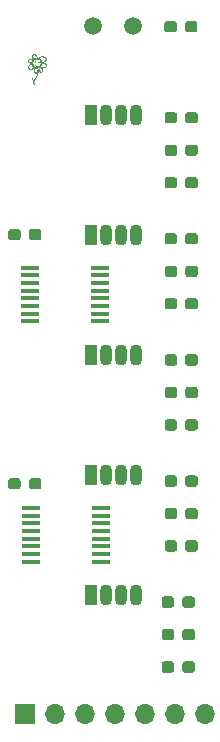
<source format=gbr>
G04 #@! TF.GenerationSoftware,KiCad,Pcbnew,5.0.2-bee76a0~70~ubuntu16.04.1*
G04 #@! TF.CreationDate,2020-01-15T21:00:25+00:00*
G04 #@! TF.ProjectId,receiver,72656365-6976-4657-922e-6b696361645f,rev?*
G04 #@! TF.SameCoordinates,Original*
G04 #@! TF.FileFunction,Soldermask,Bot*
G04 #@! TF.FilePolarity,Negative*
%FSLAX46Y46*%
G04 Gerber Fmt 4.6, Leading zero omitted, Abs format (unit mm)*
G04 Created by KiCad (PCBNEW 5.0.2-bee76a0~70~ubuntu16.04.1) date Wed 15 Jan 2020 21:00:25 GMT*
%MOMM*%
%LPD*%
G01*
G04 APERTURE LIST*
%ADD10C,0.150000*%
%ADD11C,0.127000*%
%ADD12C,0.076200*%
%ADD13C,0.101600*%
%ADD14C,0.500000*%
%ADD15C,0.950000*%
%ADD16R,1.700000X1.700000*%
%ADD17O,1.700000X1.700000*%
%ADD18C,1.500000*%
%ADD19R,1.500000X0.450000*%
%ADD20R,1.070000X1.800000*%
%ADD21O,1.070000X1.800000*%
G04 APERTURE END LIST*
D10*
G04 #@! TO.C,REF\002A\002A*
X142657623Y-59046000D02*
G75*
G03X142657623Y-59046000I-31623J0D01*
G01*
D11*
X143176000Y-59126000D02*
G75*
G03X143176000Y-59126000I-410000J0D01*
G01*
D10*
X142937623Y-59046000D02*
G75*
G03X142937623Y-59046000I-31623J0D01*
G01*
D12*
X142956000Y-59266000D02*
X142836000Y-59336000D01*
X142836000Y-59336000D02*
X142706000Y-59326000D01*
X142706000Y-59326000D02*
X142586000Y-59236000D01*
D13*
X142876000Y-58656000D02*
X143146000Y-58516000D01*
X143146000Y-58516000D02*
X143426000Y-58586000D01*
X143426000Y-58586000D02*
X143536000Y-58776000D01*
X143536000Y-58776000D02*
X143426000Y-58946000D01*
X143426000Y-58946000D02*
X143216000Y-58996000D01*
X143206000Y-59066000D02*
X143476000Y-59116000D01*
X143476000Y-59116000D02*
X143566000Y-59266000D01*
X143566000Y-59266000D02*
X143526000Y-59396000D01*
X143526000Y-59396000D02*
X143406000Y-59476000D01*
X143406000Y-59476000D02*
X143156000Y-59416000D01*
X143136000Y-59436000D02*
X143216000Y-59636000D01*
X143216000Y-59636000D02*
X143206000Y-59826000D01*
X143206000Y-59826000D02*
X143096000Y-59866000D01*
X143096000Y-59866000D02*
X142976000Y-59826000D01*
X142976000Y-59826000D02*
X142916000Y-59716000D01*
X142916000Y-59716000D02*
X142896000Y-59606000D01*
X142896000Y-59606000D02*
X142876000Y-59586000D01*
X142876000Y-59586000D02*
X142906000Y-59606000D01*
X142906000Y-59606000D02*
X142916000Y-59576000D01*
X142806000Y-58696000D02*
X142716000Y-58426000D01*
X142716000Y-58426000D02*
X142556000Y-58366000D01*
X142556000Y-58366000D02*
X142386000Y-58396000D01*
X142386000Y-58396000D02*
X142336000Y-58506000D01*
X142336000Y-58506000D02*
X142356000Y-58616000D01*
X142356000Y-58616000D02*
X142446000Y-58756000D01*
X142476000Y-58746000D02*
X142106000Y-58736000D01*
X142106000Y-58736000D02*
X141996000Y-58836000D01*
X141996000Y-58836000D02*
X141976000Y-58986000D01*
X141976000Y-58986000D02*
X142076000Y-59056000D01*
X142076000Y-59056000D02*
X142226000Y-59066000D01*
X142226000Y-59066000D02*
X142326000Y-59066000D01*
X142326000Y-59096000D02*
X142146000Y-59206000D01*
X142146000Y-59206000D02*
X142046000Y-59346000D01*
X142046000Y-59346000D02*
X142046000Y-59486000D01*
X142046000Y-59486000D02*
X142086000Y-59586000D01*
X142086000Y-59586000D02*
X142196000Y-59626000D01*
X142196000Y-59626000D02*
X142326000Y-59596000D01*
X142326000Y-59596000D02*
X142416000Y-59466000D01*
X142846000Y-59596000D02*
X142776000Y-59786000D01*
X142776000Y-59786000D02*
X142656000Y-59916000D01*
X142656000Y-59916000D02*
X142536000Y-59886000D01*
X142536000Y-59886000D02*
X142486000Y-59796000D01*
X142486000Y-59796000D02*
X142506000Y-59696000D01*
X142506000Y-59696000D02*
X142506000Y-59526000D01*
X142876000Y-59686000D02*
X142786000Y-60116000D01*
X142786000Y-60116000D02*
X142566000Y-60416000D01*
X142566000Y-60416000D02*
X142446000Y-60696000D01*
X142446000Y-60696000D02*
X142486000Y-60916000D01*
X142486000Y-60916000D02*
X142326000Y-60396000D01*
G04 #@! TD*
D14*
G04 #@! TO.C,R3*
G36*
X154415779Y-63276144D02*
X154438834Y-63279563D01*
X154461443Y-63285227D01*
X154483387Y-63293079D01*
X154504457Y-63303044D01*
X154524448Y-63315026D01*
X154543168Y-63328910D01*
X154560438Y-63344562D01*
X154576090Y-63361832D01*
X154589974Y-63380552D01*
X154601956Y-63400543D01*
X154611921Y-63421613D01*
X154619773Y-63443557D01*
X154625437Y-63466166D01*
X154628856Y-63489221D01*
X154630000Y-63512500D01*
X154630000Y-63987500D01*
X154628856Y-64010779D01*
X154625437Y-64033834D01*
X154619773Y-64056443D01*
X154611921Y-64078387D01*
X154601956Y-64099457D01*
X154589974Y-64119448D01*
X154576090Y-64138168D01*
X154560438Y-64155438D01*
X154543168Y-64171090D01*
X154524448Y-64184974D01*
X154504457Y-64196956D01*
X154483387Y-64206921D01*
X154461443Y-64214773D01*
X154438834Y-64220437D01*
X154415779Y-64223856D01*
X154392500Y-64225000D01*
X153817500Y-64225000D01*
X153794221Y-64223856D01*
X153771166Y-64220437D01*
X153748557Y-64214773D01*
X153726613Y-64206921D01*
X153705543Y-64196956D01*
X153685552Y-64184974D01*
X153666832Y-64171090D01*
X153649562Y-64155438D01*
X153633910Y-64138168D01*
X153620026Y-64119448D01*
X153608044Y-64099457D01*
X153598079Y-64078387D01*
X153590227Y-64056443D01*
X153584563Y-64033834D01*
X153581144Y-64010779D01*
X153580000Y-63987500D01*
X153580000Y-63512500D01*
X153581144Y-63489221D01*
X153584563Y-63466166D01*
X153590227Y-63443557D01*
X153598079Y-63421613D01*
X153608044Y-63400543D01*
X153620026Y-63380552D01*
X153633910Y-63361832D01*
X153649562Y-63344562D01*
X153666832Y-63328910D01*
X153685552Y-63315026D01*
X153705543Y-63303044D01*
X153726613Y-63293079D01*
X153748557Y-63285227D01*
X153771166Y-63279563D01*
X153794221Y-63276144D01*
X153817500Y-63275000D01*
X154392500Y-63275000D01*
X154415779Y-63276144D01*
X154415779Y-63276144D01*
G37*
D15*
X154105000Y-63750000D03*
D14*
G36*
X156165779Y-63276144D02*
X156188834Y-63279563D01*
X156211443Y-63285227D01*
X156233387Y-63293079D01*
X156254457Y-63303044D01*
X156274448Y-63315026D01*
X156293168Y-63328910D01*
X156310438Y-63344562D01*
X156326090Y-63361832D01*
X156339974Y-63380552D01*
X156351956Y-63400543D01*
X156361921Y-63421613D01*
X156369773Y-63443557D01*
X156375437Y-63466166D01*
X156378856Y-63489221D01*
X156380000Y-63512500D01*
X156380000Y-63987500D01*
X156378856Y-64010779D01*
X156375437Y-64033834D01*
X156369773Y-64056443D01*
X156361921Y-64078387D01*
X156351956Y-64099457D01*
X156339974Y-64119448D01*
X156326090Y-64138168D01*
X156310438Y-64155438D01*
X156293168Y-64171090D01*
X156274448Y-64184974D01*
X156254457Y-64196956D01*
X156233387Y-64206921D01*
X156211443Y-64214773D01*
X156188834Y-64220437D01*
X156165779Y-64223856D01*
X156142500Y-64225000D01*
X155567500Y-64225000D01*
X155544221Y-64223856D01*
X155521166Y-64220437D01*
X155498557Y-64214773D01*
X155476613Y-64206921D01*
X155455543Y-64196956D01*
X155435552Y-64184974D01*
X155416832Y-64171090D01*
X155399562Y-64155438D01*
X155383910Y-64138168D01*
X155370026Y-64119448D01*
X155358044Y-64099457D01*
X155348079Y-64078387D01*
X155340227Y-64056443D01*
X155334563Y-64033834D01*
X155331144Y-64010779D01*
X155330000Y-63987500D01*
X155330000Y-63512500D01*
X155331144Y-63489221D01*
X155334563Y-63466166D01*
X155340227Y-63443557D01*
X155348079Y-63421613D01*
X155358044Y-63400543D01*
X155370026Y-63380552D01*
X155383910Y-63361832D01*
X155399562Y-63344562D01*
X155416832Y-63328910D01*
X155435552Y-63315026D01*
X155455543Y-63303044D01*
X155476613Y-63293079D01*
X155498557Y-63285227D01*
X155521166Y-63279563D01*
X155544221Y-63276144D01*
X155567500Y-63275000D01*
X156142500Y-63275000D01*
X156165779Y-63276144D01*
X156165779Y-63276144D01*
G37*
D15*
X155855000Y-63750000D03*
G04 #@! TD*
D14*
G04 #@! TO.C,C1*
G36*
X142917779Y-73176144D02*
X142940834Y-73179563D01*
X142963443Y-73185227D01*
X142985387Y-73193079D01*
X143006457Y-73203044D01*
X143026448Y-73215026D01*
X143045168Y-73228910D01*
X143062438Y-73244562D01*
X143078090Y-73261832D01*
X143091974Y-73280552D01*
X143103956Y-73300543D01*
X143113921Y-73321613D01*
X143121773Y-73343557D01*
X143127437Y-73366166D01*
X143130856Y-73389221D01*
X143132000Y-73412500D01*
X143132000Y-73887500D01*
X143130856Y-73910779D01*
X143127437Y-73933834D01*
X143121773Y-73956443D01*
X143113921Y-73978387D01*
X143103956Y-73999457D01*
X143091974Y-74019448D01*
X143078090Y-74038168D01*
X143062438Y-74055438D01*
X143045168Y-74071090D01*
X143026448Y-74084974D01*
X143006457Y-74096956D01*
X142985387Y-74106921D01*
X142963443Y-74114773D01*
X142940834Y-74120437D01*
X142917779Y-74123856D01*
X142894500Y-74125000D01*
X142319500Y-74125000D01*
X142296221Y-74123856D01*
X142273166Y-74120437D01*
X142250557Y-74114773D01*
X142228613Y-74106921D01*
X142207543Y-74096956D01*
X142187552Y-74084974D01*
X142168832Y-74071090D01*
X142151562Y-74055438D01*
X142135910Y-74038168D01*
X142122026Y-74019448D01*
X142110044Y-73999457D01*
X142100079Y-73978387D01*
X142092227Y-73956443D01*
X142086563Y-73933834D01*
X142083144Y-73910779D01*
X142082000Y-73887500D01*
X142082000Y-73412500D01*
X142083144Y-73389221D01*
X142086563Y-73366166D01*
X142092227Y-73343557D01*
X142100079Y-73321613D01*
X142110044Y-73300543D01*
X142122026Y-73280552D01*
X142135910Y-73261832D01*
X142151562Y-73244562D01*
X142168832Y-73228910D01*
X142187552Y-73215026D01*
X142207543Y-73203044D01*
X142228613Y-73193079D01*
X142250557Y-73185227D01*
X142273166Y-73179563D01*
X142296221Y-73176144D01*
X142319500Y-73175000D01*
X142894500Y-73175000D01*
X142917779Y-73176144D01*
X142917779Y-73176144D01*
G37*
D15*
X142607000Y-73650000D03*
D14*
G36*
X141167779Y-73176144D02*
X141190834Y-73179563D01*
X141213443Y-73185227D01*
X141235387Y-73193079D01*
X141256457Y-73203044D01*
X141276448Y-73215026D01*
X141295168Y-73228910D01*
X141312438Y-73244562D01*
X141328090Y-73261832D01*
X141341974Y-73280552D01*
X141353956Y-73300543D01*
X141363921Y-73321613D01*
X141371773Y-73343557D01*
X141377437Y-73366166D01*
X141380856Y-73389221D01*
X141382000Y-73412500D01*
X141382000Y-73887500D01*
X141380856Y-73910779D01*
X141377437Y-73933834D01*
X141371773Y-73956443D01*
X141363921Y-73978387D01*
X141353956Y-73999457D01*
X141341974Y-74019448D01*
X141328090Y-74038168D01*
X141312438Y-74055438D01*
X141295168Y-74071090D01*
X141276448Y-74084974D01*
X141256457Y-74096956D01*
X141235387Y-74106921D01*
X141213443Y-74114773D01*
X141190834Y-74120437D01*
X141167779Y-74123856D01*
X141144500Y-74125000D01*
X140569500Y-74125000D01*
X140546221Y-74123856D01*
X140523166Y-74120437D01*
X140500557Y-74114773D01*
X140478613Y-74106921D01*
X140457543Y-74096956D01*
X140437552Y-74084974D01*
X140418832Y-74071090D01*
X140401562Y-74055438D01*
X140385910Y-74038168D01*
X140372026Y-74019448D01*
X140360044Y-73999457D01*
X140350079Y-73978387D01*
X140342227Y-73956443D01*
X140336563Y-73933834D01*
X140333144Y-73910779D01*
X140332000Y-73887500D01*
X140332000Y-73412500D01*
X140333144Y-73389221D01*
X140336563Y-73366166D01*
X140342227Y-73343557D01*
X140350079Y-73321613D01*
X140360044Y-73300543D01*
X140372026Y-73280552D01*
X140385910Y-73261832D01*
X140401562Y-73244562D01*
X140418832Y-73228910D01*
X140437552Y-73215026D01*
X140457543Y-73203044D01*
X140478613Y-73193079D01*
X140500557Y-73185227D01*
X140523166Y-73179563D01*
X140546221Y-73176144D01*
X140569500Y-73175000D01*
X141144500Y-73175000D01*
X141167779Y-73176144D01*
X141167779Y-73176144D01*
G37*
D15*
X140857000Y-73650000D03*
G04 #@! TD*
D14*
G04 #@! TO.C,C2*
G36*
X141167779Y-94268144D02*
X141190834Y-94271563D01*
X141213443Y-94277227D01*
X141235387Y-94285079D01*
X141256457Y-94295044D01*
X141276448Y-94307026D01*
X141295168Y-94320910D01*
X141312438Y-94336562D01*
X141328090Y-94353832D01*
X141341974Y-94372552D01*
X141353956Y-94392543D01*
X141363921Y-94413613D01*
X141371773Y-94435557D01*
X141377437Y-94458166D01*
X141380856Y-94481221D01*
X141382000Y-94504500D01*
X141382000Y-94979500D01*
X141380856Y-95002779D01*
X141377437Y-95025834D01*
X141371773Y-95048443D01*
X141363921Y-95070387D01*
X141353956Y-95091457D01*
X141341974Y-95111448D01*
X141328090Y-95130168D01*
X141312438Y-95147438D01*
X141295168Y-95163090D01*
X141276448Y-95176974D01*
X141256457Y-95188956D01*
X141235387Y-95198921D01*
X141213443Y-95206773D01*
X141190834Y-95212437D01*
X141167779Y-95215856D01*
X141144500Y-95217000D01*
X140569500Y-95217000D01*
X140546221Y-95215856D01*
X140523166Y-95212437D01*
X140500557Y-95206773D01*
X140478613Y-95198921D01*
X140457543Y-95188956D01*
X140437552Y-95176974D01*
X140418832Y-95163090D01*
X140401562Y-95147438D01*
X140385910Y-95130168D01*
X140372026Y-95111448D01*
X140360044Y-95091457D01*
X140350079Y-95070387D01*
X140342227Y-95048443D01*
X140336563Y-95025834D01*
X140333144Y-95002779D01*
X140332000Y-94979500D01*
X140332000Y-94504500D01*
X140333144Y-94481221D01*
X140336563Y-94458166D01*
X140342227Y-94435557D01*
X140350079Y-94413613D01*
X140360044Y-94392543D01*
X140372026Y-94372552D01*
X140385910Y-94353832D01*
X140401562Y-94336562D01*
X140418832Y-94320910D01*
X140437552Y-94307026D01*
X140457543Y-94295044D01*
X140478613Y-94285079D01*
X140500557Y-94277227D01*
X140523166Y-94271563D01*
X140546221Y-94268144D01*
X140569500Y-94267000D01*
X141144500Y-94267000D01*
X141167779Y-94268144D01*
X141167779Y-94268144D01*
G37*
D15*
X140857000Y-94742000D03*
D14*
G36*
X142917779Y-94268144D02*
X142940834Y-94271563D01*
X142963443Y-94277227D01*
X142985387Y-94285079D01*
X143006457Y-94295044D01*
X143026448Y-94307026D01*
X143045168Y-94320910D01*
X143062438Y-94336562D01*
X143078090Y-94353832D01*
X143091974Y-94372552D01*
X143103956Y-94392543D01*
X143113921Y-94413613D01*
X143121773Y-94435557D01*
X143127437Y-94458166D01*
X143130856Y-94481221D01*
X143132000Y-94504500D01*
X143132000Y-94979500D01*
X143130856Y-95002779D01*
X143127437Y-95025834D01*
X143121773Y-95048443D01*
X143113921Y-95070387D01*
X143103956Y-95091457D01*
X143091974Y-95111448D01*
X143078090Y-95130168D01*
X143062438Y-95147438D01*
X143045168Y-95163090D01*
X143026448Y-95176974D01*
X143006457Y-95188956D01*
X142985387Y-95198921D01*
X142963443Y-95206773D01*
X142940834Y-95212437D01*
X142917779Y-95215856D01*
X142894500Y-95217000D01*
X142319500Y-95217000D01*
X142296221Y-95215856D01*
X142273166Y-95212437D01*
X142250557Y-95206773D01*
X142228613Y-95198921D01*
X142207543Y-95188956D01*
X142187552Y-95176974D01*
X142168832Y-95163090D01*
X142151562Y-95147438D01*
X142135910Y-95130168D01*
X142122026Y-95111448D01*
X142110044Y-95091457D01*
X142100079Y-95070387D01*
X142092227Y-95048443D01*
X142086563Y-95025834D01*
X142083144Y-95002779D01*
X142082000Y-94979500D01*
X142082000Y-94504500D01*
X142083144Y-94481221D01*
X142086563Y-94458166D01*
X142092227Y-94435557D01*
X142100079Y-94413613D01*
X142110044Y-94392543D01*
X142122026Y-94372552D01*
X142135910Y-94353832D01*
X142151562Y-94336562D01*
X142168832Y-94320910D01*
X142187552Y-94307026D01*
X142207543Y-94295044D01*
X142228613Y-94285079D01*
X142250557Y-94277227D01*
X142273166Y-94271563D01*
X142296221Y-94268144D01*
X142319500Y-94267000D01*
X142894500Y-94267000D01*
X142917779Y-94268144D01*
X142917779Y-94268144D01*
G37*
D15*
X142607000Y-94742000D03*
G04 #@! TD*
D16*
G04 #@! TO.C,J1*
X141730000Y-114250000D03*
D17*
X144270000Y-114250000D03*
X146810000Y-114250000D03*
X149350000Y-114250000D03*
X151890000Y-114250000D03*
X154430000Y-114250000D03*
X156970000Y-114250000D03*
G04 #@! TD*
D18*
G04 #@! TO.C,R1*
X147480000Y-56000000D03*
X150880000Y-56000000D03*
G04 #@! TD*
D14*
G04 #@! TO.C,R2*
G36*
X156135779Y-55576144D02*
X156158834Y-55579563D01*
X156181443Y-55585227D01*
X156203387Y-55593079D01*
X156224457Y-55603044D01*
X156244448Y-55615026D01*
X156263168Y-55628910D01*
X156280438Y-55644562D01*
X156296090Y-55661832D01*
X156309974Y-55680552D01*
X156321956Y-55700543D01*
X156331921Y-55721613D01*
X156339773Y-55743557D01*
X156345437Y-55766166D01*
X156348856Y-55789221D01*
X156350000Y-55812500D01*
X156350000Y-56287500D01*
X156348856Y-56310779D01*
X156345437Y-56333834D01*
X156339773Y-56356443D01*
X156331921Y-56378387D01*
X156321956Y-56399457D01*
X156309974Y-56419448D01*
X156296090Y-56438168D01*
X156280438Y-56455438D01*
X156263168Y-56471090D01*
X156244448Y-56484974D01*
X156224457Y-56496956D01*
X156203387Y-56506921D01*
X156181443Y-56514773D01*
X156158834Y-56520437D01*
X156135779Y-56523856D01*
X156112500Y-56525000D01*
X155537500Y-56525000D01*
X155514221Y-56523856D01*
X155491166Y-56520437D01*
X155468557Y-56514773D01*
X155446613Y-56506921D01*
X155425543Y-56496956D01*
X155405552Y-56484974D01*
X155386832Y-56471090D01*
X155369562Y-56455438D01*
X155353910Y-56438168D01*
X155340026Y-56419448D01*
X155328044Y-56399457D01*
X155318079Y-56378387D01*
X155310227Y-56356443D01*
X155304563Y-56333834D01*
X155301144Y-56310779D01*
X155300000Y-56287500D01*
X155300000Y-55812500D01*
X155301144Y-55789221D01*
X155304563Y-55766166D01*
X155310227Y-55743557D01*
X155318079Y-55721613D01*
X155328044Y-55700543D01*
X155340026Y-55680552D01*
X155353910Y-55661832D01*
X155369562Y-55644562D01*
X155386832Y-55628910D01*
X155405552Y-55615026D01*
X155425543Y-55603044D01*
X155446613Y-55593079D01*
X155468557Y-55585227D01*
X155491166Y-55579563D01*
X155514221Y-55576144D01*
X155537500Y-55575000D01*
X156112500Y-55575000D01*
X156135779Y-55576144D01*
X156135779Y-55576144D01*
G37*
D15*
X155825000Y-56050000D03*
D14*
G36*
X154385779Y-55576144D02*
X154408834Y-55579563D01*
X154431443Y-55585227D01*
X154453387Y-55593079D01*
X154474457Y-55603044D01*
X154494448Y-55615026D01*
X154513168Y-55628910D01*
X154530438Y-55644562D01*
X154546090Y-55661832D01*
X154559974Y-55680552D01*
X154571956Y-55700543D01*
X154581921Y-55721613D01*
X154589773Y-55743557D01*
X154595437Y-55766166D01*
X154598856Y-55789221D01*
X154600000Y-55812500D01*
X154600000Y-56287500D01*
X154598856Y-56310779D01*
X154595437Y-56333834D01*
X154589773Y-56356443D01*
X154581921Y-56378387D01*
X154571956Y-56399457D01*
X154559974Y-56419448D01*
X154546090Y-56438168D01*
X154530438Y-56455438D01*
X154513168Y-56471090D01*
X154494448Y-56484974D01*
X154474457Y-56496956D01*
X154453387Y-56506921D01*
X154431443Y-56514773D01*
X154408834Y-56520437D01*
X154385779Y-56523856D01*
X154362500Y-56525000D01*
X153787500Y-56525000D01*
X153764221Y-56523856D01*
X153741166Y-56520437D01*
X153718557Y-56514773D01*
X153696613Y-56506921D01*
X153675543Y-56496956D01*
X153655552Y-56484974D01*
X153636832Y-56471090D01*
X153619562Y-56455438D01*
X153603910Y-56438168D01*
X153590026Y-56419448D01*
X153578044Y-56399457D01*
X153568079Y-56378387D01*
X153560227Y-56356443D01*
X153554563Y-56333834D01*
X153551144Y-56310779D01*
X153550000Y-56287500D01*
X153550000Y-55812500D01*
X153551144Y-55789221D01*
X153554563Y-55766166D01*
X153560227Y-55743557D01*
X153568079Y-55721613D01*
X153578044Y-55700543D01*
X153590026Y-55680552D01*
X153603910Y-55661832D01*
X153619562Y-55644562D01*
X153636832Y-55628910D01*
X153655552Y-55615026D01*
X153675543Y-55603044D01*
X153696613Y-55593079D01*
X153718557Y-55585227D01*
X153741166Y-55579563D01*
X153764221Y-55576144D01*
X153787500Y-55575000D01*
X154362500Y-55575000D01*
X154385779Y-55576144D01*
X154385779Y-55576144D01*
G37*
D15*
X154075000Y-56050000D03*
G04 #@! TD*
D14*
G04 #@! TO.C,R4*
G36*
X156165779Y-94026144D02*
X156188834Y-94029563D01*
X156211443Y-94035227D01*
X156233387Y-94043079D01*
X156254457Y-94053044D01*
X156274448Y-94065026D01*
X156293168Y-94078910D01*
X156310438Y-94094562D01*
X156326090Y-94111832D01*
X156339974Y-94130552D01*
X156351956Y-94150543D01*
X156361921Y-94171613D01*
X156369773Y-94193557D01*
X156375437Y-94216166D01*
X156378856Y-94239221D01*
X156380000Y-94262500D01*
X156380000Y-94737500D01*
X156378856Y-94760779D01*
X156375437Y-94783834D01*
X156369773Y-94806443D01*
X156361921Y-94828387D01*
X156351956Y-94849457D01*
X156339974Y-94869448D01*
X156326090Y-94888168D01*
X156310438Y-94905438D01*
X156293168Y-94921090D01*
X156274448Y-94934974D01*
X156254457Y-94946956D01*
X156233387Y-94956921D01*
X156211443Y-94964773D01*
X156188834Y-94970437D01*
X156165779Y-94973856D01*
X156142500Y-94975000D01*
X155567500Y-94975000D01*
X155544221Y-94973856D01*
X155521166Y-94970437D01*
X155498557Y-94964773D01*
X155476613Y-94956921D01*
X155455543Y-94946956D01*
X155435552Y-94934974D01*
X155416832Y-94921090D01*
X155399562Y-94905438D01*
X155383910Y-94888168D01*
X155370026Y-94869448D01*
X155358044Y-94849457D01*
X155348079Y-94828387D01*
X155340227Y-94806443D01*
X155334563Y-94783834D01*
X155331144Y-94760779D01*
X155330000Y-94737500D01*
X155330000Y-94262500D01*
X155331144Y-94239221D01*
X155334563Y-94216166D01*
X155340227Y-94193557D01*
X155348079Y-94171613D01*
X155358044Y-94150543D01*
X155370026Y-94130552D01*
X155383910Y-94111832D01*
X155399562Y-94094562D01*
X155416832Y-94078910D01*
X155435552Y-94065026D01*
X155455543Y-94053044D01*
X155476613Y-94043079D01*
X155498557Y-94035227D01*
X155521166Y-94029563D01*
X155544221Y-94026144D01*
X155567500Y-94025000D01*
X156142500Y-94025000D01*
X156165779Y-94026144D01*
X156165779Y-94026144D01*
G37*
D15*
X155855000Y-94500000D03*
D14*
G36*
X154415779Y-94026144D02*
X154438834Y-94029563D01*
X154461443Y-94035227D01*
X154483387Y-94043079D01*
X154504457Y-94053044D01*
X154524448Y-94065026D01*
X154543168Y-94078910D01*
X154560438Y-94094562D01*
X154576090Y-94111832D01*
X154589974Y-94130552D01*
X154601956Y-94150543D01*
X154611921Y-94171613D01*
X154619773Y-94193557D01*
X154625437Y-94216166D01*
X154628856Y-94239221D01*
X154630000Y-94262500D01*
X154630000Y-94737500D01*
X154628856Y-94760779D01*
X154625437Y-94783834D01*
X154619773Y-94806443D01*
X154611921Y-94828387D01*
X154601956Y-94849457D01*
X154589974Y-94869448D01*
X154576090Y-94888168D01*
X154560438Y-94905438D01*
X154543168Y-94921090D01*
X154524448Y-94934974D01*
X154504457Y-94946956D01*
X154483387Y-94956921D01*
X154461443Y-94964773D01*
X154438834Y-94970437D01*
X154415779Y-94973856D01*
X154392500Y-94975000D01*
X153817500Y-94975000D01*
X153794221Y-94973856D01*
X153771166Y-94970437D01*
X153748557Y-94964773D01*
X153726613Y-94956921D01*
X153705543Y-94946956D01*
X153685552Y-94934974D01*
X153666832Y-94921090D01*
X153649562Y-94905438D01*
X153633910Y-94888168D01*
X153620026Y-94869448D01*
X153608044Y-94849457D01*
X153598079Y-94828387D01*
X153590227Y-94806443D01*
X153584563Y-94783834D01*
X153581144Y-94760779D01*
X153580000Y-94737500D01*
X153580000Y-94262500D01*
X153581144Y-94239221D01*
X153584563Y-94216166D01*
X153590227Y-94193557D01*
X153598079Y-94171613D01*
X153608044Y-94150543D01*
X153620026Y-94130552D01*
X153633910Y-94111832D01*
X153649562Y-94094562D01*
X153666832Y-94078910D01*
X153685552Y-94065026D01*
X153705543Y-94053044D01*
X153726613Y-94043079D01*
X153748557Y-94035227D01*
X153771166Y-94029563D01*
X153794221Y-94026144D01*
X153817500Y-94025000D01*
X154392500Y-94025000D01*
X154415779Y-94026144D01*
X154415779Y-94026144D01*
G37*
D15*
X154105000Y-94500000D03*
G04 #@! TD*
D14*
G04 #@! TO.C,R6*
G36*
X156165779Y-66026144D02*
X156188834Y-66029563D01*
X156211443Y-66035227D01*
X156233387Y-66043079D01*
X156254457Y-66053044D01*
X156274448Y-66065026D01*
X156293168Y-66078910D01*
X156310438Y-66094562D01*
X156326090Y-66111832D01*
X156339974Y-66130552D01*
X156351956Y-66150543D01*
X156361921Y-66171613D01*
X156369773Y-66193557D01*
X156375437Y-66216166D01*
X156378856Y-66239221D01*
X156380000Y-66262500D01*
X156380000Y-66737500D01*
X156378856Y-66760779D01*
X156375437Y-66783834D01*
X156369773Y-66806443D01*
X156361921Y-66828387D01*
X156351956Y-66849457D01*
X156339974Y-66869448D01*
X156326090Y-66888168D01*
X156310438Y-66905438D01*
X156293168Y-66921090D01*
X156274448Y-66934974D01*
X156254457Y-66946956D01*
X156233387Y-66956921D01*
X156211443Y-66964773D01*
X156188834Y-66970437D01*
X156165779Y-66973856D01*
X156142500Y-66975000D01*
X155567500Y-66975000D01*
X155544221Y-66973856D01*
X155521166Y-66970437D01*
X155498557Y-66964773D01*
X155476613Y-66956921D01*
X155455543Y-66946956D01*
X155435552Y-66934974D01*
X155416832Y-66921090D01*
X155399562Y-66905438D01*
X155383910Y-66888168D01*
X155370026Y-66869448D01*
X155358044Y-66849457D01*
X155348079Y-66828387D01*
X155340227Y-66806443D01*
X155334563Y-66783834D01*
X155331144Y-66760779D01*
X155330000Y-66737500D01*
X155330000Y-66262500D01*
X155331144Y-66239221D01*
X155334563Y-66216166D01*
X155340227Y-66193557D01*
X155348079Y-66171613D01*
X155358044Y-66150543D01*
X155370026Y-66130552D01*
X155383910Y-66111832D01*
X155399562Y-66094562D01*
X155416832Y-66078910D01*
X155435552Y-66065026D01*
X155455543Y-66053044D01*
X155476613Y-66043079D01*
X155498557Y-66035227D01*
X155521166Y-66029563D01*
X155544221Y-66026144D01*
X155567500Y-66025000D01*
X156142500Y-66025000D01*
X156165779Y-66026144D01*
X156165779Y-66026144D01*
G37*
D15*
X155855000Y-66500000D03*
D14*
G36*
X154415779Y-66026144D02*
X154438834Y-66029563D01*
X154461443Y-66035227D01*
X154483387Y-66043079D01*
X154504457Y-66053044D01*
X154524448Y-66065026D01*
X154543168Y-66078910D01*
X154560438Y-66094562D01*
X154576090Y-66111832D01*
X154589974Y-66130552D01*
X154601956Y-66150543D01*
X154611921Y-66171613D01*
X154619773Y-66193557D01*
X154625437Y-66216166D01*
X154628856Y-66239221D01*
X154630000Y-66262500D01*
X154630000Y-66737500D01*
X154628856Y-66760779D01*
X154625437Y-66783834D01*
X154619773Y-66806443D01*
X154611921Y-66828387D01*
X154601956Y-66849457D01*
X154589974Y-66869448D01*
X154576090Y-66888168D01*
X154560438Y-66905438D01*
X154543168Y-66921090D01*
X154524448Y-66934974D01*
X154504457Y-66946956D01*
X154483387Y-66956921D01*
X154461443Y-66964773D01*
X154438834Y-66970437D01*
X154415779Y-66973856D01*
X154392500Y-66975000D01*
X153817500Y-66975000D01*
X153794221Y-66973856D01*
X153771166Y-66970437D01*
X153748557Y-66964773D01*
X153726613Y-66956921D01*
X153705543Y-66946956D01*
X153685552Y-66934974D01*
X153666832Y-66921090D01*
X153649562Y-66905438D01*
X153633910Y-66888168D01*
X153620026Y-66869448D01*
X153608044Y-66849457D01*
X153598079Y-66828387D01*
X153590227Y-66806443D01*
X153584563Y-66783834D01*
X153581144Y-66760779D01*
X153580000Y-66737500D01*
X153580000Y-66262500D01*
X153581144Y-66239221D01*
X153584563Y-66216166D01*
X153590227Y-66193557D01*
X153598079Y-66171613D01*
X153608044Y-66150543D01*
X153620026Y-66130552D01*
X153633910Y-66111832D01*
X153649562Y-66094562D01*
X153666832Y-66078910D01*
X153685552Y-66065026D01*
X153705543Y-66053044D01*
X153726613Y-66043079D01*
X153748557Y-66035227D01*
X153771166Y-66029563D01*
X153794221Y-66026144D01*
X153817500Y-66025000D01*
X154392500Y-66025000D01*
X154415779Y-66026144D01*
X154415779Y-66026144D01*
G37*
D15*
X154105000Y-66500000D03*
G04 #@! TD*
D14*
G04 #@! TO.C,R7*
G36*
X154415779Y-96776144D02*
X154438834Y-96779563D01*
X154461443Y-96785227D01*
X154483387Y-96793079D01*
X154504457Y-96803044D01*
X154524448Y-96815026D01*
X154543168Y-96828910D01*
X154560438Y-96844562D01*
X154576090Y-96861832D01*
X154589974Y-96880552D01*
X154601956Y-96900543D01*
X154611921Y-96921613D01*
X154619773Y-96943557D01*
X154625437Y-96966166D01*
X154628856Y-96989221D01*
X154630000Y-97012500D01*
X154630000Y-97487500D01*
X154628856Y-97510779D01*
X154625437Y-97533834D01*
X154619773Y-97556443D01*
X154611921Y-97578387D01*
X154601956Y-97599457D01*
X154589974Y-97619448D01*
X154576090Y-97638168D01*
X154560438Y-97655438D01*
X154543168Y-97671090D01*
X154524448Y-97684974D01*
X154504457Y-97696956D01*
X154483387Y-97706921D01*
X154461443Y-97714773D01*
X154438834Y-97720437D01*
X154415779Y-97723856D01*
X154392500Y-97725000D01*
X153817500Y-97725000D01*
X153794221Y-97723856D01*
X153771166Y-97720437D01*
X153748557Y-97714773D01*
X153726613Y-97706921D01*
X153705543Y-97696956D01*
X153685552Y-97684974D01*
X153666832Y-97671090D01*
X153649562Y-97655438D01*
X153633910Y-97638168D01*
X153620026Y-97619448D01*
X153608044Y-97599457D01*
X153598079Y-97578387D01*
X153590227Y-97556443D01*
X153584563Y-97533834D01*
X153581144Y-97510779D01*
X153580000Y-97487500D01*
X153580000Y-97012500D01*
X153581144Y-96989221D01*
X153584563Y-96966166D01*
X153590227Y-96943557D01*
X153598079Y-96921613D01*
X153608044Y-96900543D01*
X153620026Y-96880552D01*
X153633910Y-96861832D01*
X153649562Y-96844562D01*
X153666832Y-96828910D01*
X153685552Y-96815026D01*
X153705543Y-96803044D01*
X153726613Y-96793079D01*
X153748557Y-96785227D01*
X153771166Y-96779563D01*
X153794221Y-96776144D01*
X153817500Y-96775000D01*
X154392500Y-96775000D01*
X154415779Y-96776144D01*
X154415779Y-96776144D01*
G37*
D15*
X154105000Y-97250000D03*
D14*
G36*
X156165779Y-96776144D02*
X156188834Y-96779563D01*
X156211443Y-96785227D01*
X156233387Y-96793079D01*
X156254457Y-96803044D01*
X156274448Y-96815026D01*
X156293168Y-96828910D01*
X156310438Y-96844562D01*
X156326090Y-96861832D01*
X156339974Y-96880552D01*
X156351956Y-96900543D01*
X156361921Y-96921613D01*
X156369773Y-96943557D01*
X156375437Y-96966166D01*
X156378856Y-96989221D01*
X156380000Y-97012500D01*
X156380000Y-97487500D01*
X156378856Y-97510779D01*
X156375437Y-97533834D01*
X156369773Y-97556443D01*
X156361921Y-97578387D01*
X156351956Y-97599457D01*
X156339974Y-97619448D01*
X156326090Y-97638168D01*
X156310438Y-97655438D01*
X156293168Y-97671090D01*
X156274448Y-97684974D01*
X156254457Y-97696956D01*
X156233387Y-97706921D01*
X156211443Y-97714773D01*
X156188834Y-97720437D01*
X156165779Y-97723856D01*
X156142500Y-97725000D01*
X155567500Y-97725000D01*
X155544221Y-97723856D01*
X155521166Y-97720437D01*
X155498557Y-97714773D01*
X155476613Y-97706921D01*
X155455543Y-97696956D01*
X155435552Y-97684974D01*
X155416832Y-97671090D01*
X155399562Y-97655438D01*
X155383910Y-97638168D01*
X155370026Y-97619448D01*
X155358044Y-97599457D01*
X155348079Y-97578387D01*
X155340227Y-97556443D01*
X155334563Y-97533834D01*
X155331144Y-97510779D01*
X155330000Y-97487500D01*
X155330000Y-97012500D01*
X155331144Y-96989221D01*
X155334563Y-96966166D01*
X155340227Y-96943557D01*
X155348079Y-96921613D01*
X155358044Y-96900543D01*
X155370026Y-96880552D01*
X155383910Y-96861832D01*
X155399562Y-96844562D01*
X155416832Y-96828910D01*
X155435552Y-96815026D01*
X155455543Y-96803044D01*
X155476613Y-96793079D01*
X155498557Y-96785227D01*
X155521166Y-96779563D01*
X155544221Y-96776144D01*
X155567500Y-96775000D01*
X156142500Y-96775000D01*
X156165779Y-96776144D01*
X156165779Y-96776144D01*
G37*
D15*
X155855000Y-97250000D03*
G04 #@! TD*
D14*
G04 #@! TO.C,R9*
G36*
X154415779Y-68776144D02*
X154438834Y-68779563D01*
X154461443Y-68785227D01*
X154483387Y-68793079D01*
X154504457Y-68803044D01*
X154524448Y-68815026D01*
X154543168Y-68828910D01*
X154560438Y-68844562D01*
X154576090Y-68861832D01*
X154589974Y-68880552D01*
X154601956Y-68900543D01*
X154611921Y-68921613D01*
X154619773Y-68943557D01*
X154625437Y-68966166D01*
X154628856Y-68989221D01*
X154630000Y-69012500D01*
X154630000Y-69487500D01*
X154628856Y-69510779D01*
X154625437Y-69533834D01*
X154619773Y-69556443D01*
X154611921Y-69578387D01*
X154601956Y-69599457D01*
X154589974Y-69619448D01*
X154576090Y-69638168D01*
X154560438Y-69655438D01*
X154543168Y-69671090D01*
X154524448Y-69684974D01*
X154504457Y-69696956D01*
X154483387Y-69706921D01*
X154461443Y-69714773D01*
X154438834Y-69720437D01*
X154415779Y-69723856D01*
X154392500Y-69725000D01*
X153817500Y-69725000D01*
X153794221Y-69723856D01*
X153771166Y-69720437D01*
X153748557Y-69714773D01*
X153726613Y-69706921D01*
X153705543Y-69696956D01*
X153685552Y-69684974D01*
X153666832Y-69671090D01*
X153649562Y-69655438D01*
X153633910Y-69638168D01*
X153620026Y-69619448D01*
X153608044Y-69599457D01*
X153598079Y-69578387D01*
X153590227Y-69556443D01*
X153584563Y-69533834D01*
X153581144Y-69510779D01*
X153580000Y-69487500D01*
X153580000Y-69012500D01*
X153581144Y-68989221D01*
X153584563Y-68966166D01*
X153590227Y-68943557D01*
X153598079Y-68921613D01*
X153608044Y-68900543D01*
X153620026Y-68880552D01*
X153633910Y-68861832D01*
X153649562Y-68844562D01*
X153666832Y-68828910D01*
X153685552Y-68815026D01*
X153705543Y-68803044D01*
X153726613Y-68793079D01*
X153748557Y-68785227D01*
X153771166Y-68779563D01*
X153794221Y-68776144D01*
X153817500Y-68775000D01*
X154392500Y-68775000D01*
X154415779Y-68776144D01*
X154415779Y-68776144D01*
G37*
D15*
X154105000Y-69250000D03*
D14*
G36*
X156165779Y-68776144D02*
X156188834Y-68779563D01*
X156211443Y-68785227D01*
X156233387Y-68793079D01*
X156254457Y-68803044D01*
X156274448Y-68815026D01*
X156293168Y-68828910D01*
X156310438Y-68844562D01*
X156326090Y-68861832D01*
X156339974Y-68880552D01*
X156351956Y-68900543D01*
X156361921Y-68921613D01*
X156369773Y-68943557D01*
X156375437Y-68966166D01*
X156378856Y-68989221D01*
X156380000Y-69012500D01*
X156380000Y-69487500D01*
X156378856Y-69510779D01*
X156375437Y-69533834D01*
X156369773Y-69556443D01*
X156361921Y-69578387D01*
X156351956Y-69599457D01*
X156339974Y-69619448D01*
X156326090Y-69638168D01*
X156310438Y-69655438D01*
X156293168Y-69671090D01*
X156274448Y-69684974D01*
X156254457Y-69696956D01*
X156233387Y-69706921D01*
X156211443Y-69714773D01*
X156188834Y-69720437D01*
X156165779Y-69723856D01*
X156142500Y-69725000D01*
X155567500Y-69725000D01*
X155544221Y-69723856D01*
X155521166Y-69720437D01*
X155498557Y-69714773D01*
X155476613Y-69706921D01*
X155455543Y-69696956D01*
X155435552Y-69684974D01*
X155416832Y-69671090D01*
X155399562Y-69655438D01*
X155383910Y-69638168D01*
X155370026Y-69619448D01*
X155358044Y-69599457D01*
X155348079Y-69578387D01*
X155340227Y-69556443D01*
X155334563Y-69533834D01*
X155331144Y-69510779D01*
X155330000Y-69487500D01*
X155330000Y-69012500D01*
X155331144Y-68989221D01*
X155334563Y-68966166D01*
X155340227Y-68943557D01*
X155348079Y-68921613D01*
X155358044Y-68900543D01*
X155370026Y-68880552D01*
X155383910Y-68861832D01*
X155399562Y-68844562D01*
X155416832Y-68828910D01*
X155435552Y-68815026D01*
X155455543Y-68803044D01*
X155476613Y-68793079D01*
X155498557Y-68785227D01*
X155521166Y-68779563D01*
X155544221Y-68776144D01*
X155567500Y-68775000D01*
X156142500Y-68775000D01*
X156165779Y-68776144D01*
X156165779Y-68776144D01*
G37*
D15*
X155855000Y-69250000D03*
G04 #@! TD*
D14*
G04 #@! TO.C,R10*
G36*
X156165779Y-99526144D02*
X156188834Y-99529563D01*
X156211443Y-99535227D01*
X156233387Y-99543079D01*
X156254457Y-99553044D01*
X156274448Y-99565026D01*
X156293168Y-99578910D01*
X156310438Y-99594562D01*
X156326090Y-99611832D01*
X156339974Y-99630552D01*
X156351956Y-99650543D01*
X156361921Y-99671613D01*
X156369773Y-99693557D01*
X156375437Y-99716166D01*
X156378856Y-99739221D01*
X156380000Y-99762500D01*
X156380000Y-100237500D01*
X156378856Y-100260779D01*
X156375437Y-100283834D01*
X156369773Y-100306443D01*
X156361921Y-100328387D01*
X156351956Y-100349457D01*
X156339974Y-100369448D01*
X156326090Y-100388168D01*
X156310438Y-100405438D01*
X156293168Y-100421090D01*
X156274448Y-100434974D01*
X156254457Y-100446956D01*
X156233387Y-100456921D01*
X156211443Y-100464773D01*
X156188834Y-100470437D01*
X156165779Y-100473856D01*
X156142500Y-100475000D01*
X155567500Y-100475000D01*
X155544221Y-100473856D01*
X155521166Y-100470437D01*
X155498557Y-100464773D01*
X155476613Y-100456921D01*
X155455543Y-100446956D01*
X155435552Y-100434974D01*
X155416832Y-100421090D01*
X155399562Y-100405438D01*
X155383910Y-100388168D01*
X155370026Y-100369448D01*
X155358044Y-100349457D01*
X155348079Y-100328387D01*
X155340227Y-100306443D01*
X155334563Y-100283834D01*
X155331144Y-100260779D01*
X155330000Y-100237500D01*
X155330000Y-99762500D01*
X155331144Y-99739221D01*
X155334563Y-99716166D01*
X155340227Y-99693557D01*
X155348079Y-99671613D01*
X155358044Y-99650543D01*
X155370026Y-99630552D01*
X155383910Y-99611832D01*
X155399562Y-99594562D01*
X155416832Y-99578910D01*
X155435552Y-99565026D01*
X155455543Y-99553044D01*
X155476613Y-99543079D01*
X155498557Y-99535227D01*
X155521166Y-99529563D01*
X155544221Y-99526144D01*
X155567500Y-99525000D01*
X156142500Y-99525000D01*
X156165779Y-99526144D01*
X156165779Y-99526144D01*
G37*
D15*
X155855000Y-100000000D03*
D14*
G36*
X154415779Y-99526144D02*
X154438834Y-99529563D01*
X154461443Y-99535227D01*
X154483387Y-99543079D01*
X154504457Y-99553044D01*
X154524448Y-99565026D01*
X154543168Y-99578910D01*
X154560438Y-99594562D01*
X154576090Y-99611832D01*
X154589974Y-99630552D01*
X154601956Y-99650543D01*
X154611921Y-99671613D01*
X154619773Y-99693557D01*
X154625437Y-99716166D01*
X154628856Y-99739221D01*
X154630000Y-99762500D01*
X154630000Y-100237500D01*
X154628856Y-100260779D01*
X154625437Y-100283834D01*
X154619773Y-100306443D01*
X154611921Y-100328387D01*
X154601956Y-100349457D01*
X154589974Y-100369448D01*
X154576090Y-100388168D01*
X154560438Y-100405438D01*
X154543168Y-100421090D01*
X154524448Y-100434974D01*
X154504457Y-100446956D01*
X154483387Y-100456921D01*
X154461443Y-100464773D01*
X154438834Y-100470437D01*
X154415779Y-100473856D01*
X154392500Y-100475000D01*
X153817500Y-100475000D01*
X153794221Y-100473856D01*
X153771166Y-100470437D01*
X153748557Y-100464773D01*
X153726613Y-100456921D01*
X153705543Y-100446956D01*
X153685552Y-100434974D01*
X153666832Y-100421090D01*
X153649562Y-100405438D01*
X153633910Y-100388168D01*
X153620026Y-100369448D01*
X153608044Y-100349457D01*
X153598079Y-100328387D01*
X153590227Y-100306443D01*
X153584563Y-100283834D01*
X153581144Y-100260779D01*
X153580000Y-100237500D01*
X153580000Y-99762500D01*
X153581144Y-99739221D01*
X153584563Y-99716166D01*
X153590227Y-99693557D01*
X153598079Y-99671613D01*
X153608044Y-99650543D01*
X153620026Y-99630552D01*
X153633910Y-99611832D01*
X153649562Y-99594562D01*
X153666832Y-99578910D01*
X153685552Y-99565026D01*
X153705543Y-99553044D01*
X153726613Y-99543079D01*
X153748557Y-99535227D01*
X153771166Y-99529563D01*
X153794221Y-99526144D01*
X153817500Y-99525000D01*
X154392500Y-99525000D01*
X154415779Y-99526144D01*
X154415779Y-99526144D01*
G37*
D15*
X154105000Y-100000000D03*
G04 #@! TD*
D14*
G04 #@! TO.C,R12*
G36*
X154415779Y-73526144D02*
X154438834Y-73529563D01*
X154461443Y-73535227D01*
X154483387Y-73543079D01*
X154504457Y-73553044D01*
X154524448Y-73565026D01*
X154543168Y-73578910D01*
X154560438Y-73594562D01*
X154576090Y-73611832D01*
X154589974Y-73630552D01*
X154601956Y-73650543D01*
X154611921Y-73671613D01*
X154619773Y-73693557D01*
X154625437Y-73716166D01*
X154628856Y-73739221D01*
X154630000Y-73762500D01*
X154630000Y-74237500D01*
X154628856Y-74260779D01*
X154625437Y-74283834D01*
X154619773Y-74306443D01*
X154611921Y-74328387D01*
X154601956Y-74349457D01*
X154589974Y-74369448D01*
X154576090Y-74388168D01*
X154560438Y-74405438D01*
X154543168Y-74421090D01*
X154524448Y-74434974D01*
X154504457Y-74446956D01*
X154483387Y-74456921D01*
X154461443Y-74464773D01*
X154438834Y-74470437D01*
X154415779Y-74473856D01*
X154392500Y-74475000D01*
X153817500Y-74475000D01*
X153794221Y-74473856D01*
X153771166Y-74470437D01*
X153748557Y-74464773D01*
X153726613Y-74456921D01*
X153705543Y-74446956D01*
X153685552Y-74434974D01*
X153666832Y-74421090D01*
X153649562Y-74405438D01*
X153633910Y-74388168D01*
X153620026Y-74369448D01*
X153608044Y-74349457D01*
X153598079Y-74328387D01*
X153590227Y-74306443D01*
X153584563Y-74283834D01*
X153581144Y-74260779D01*
X153580000Y-74237500D01*
X153580000Y-73762500D01*
X153581144Y-73739221D01*
X153584563Y-73716166D01*
X153590227Y-73693557D01*
X153598079Y-73671613D01*
X153608044Y-73650543D01*
X153620026Y-73630552D01*
X153633910Y-73611832D01*
X153649562Y-73594562D01*
X153666832Y-73578910D01*
X153685552Y-73565026D01*
X153705543Y-73553044D01*
X153726613Y-73543079D01*
X153748557Y-73535227D01*
X153771166Y-73529563D01*
X153794221Y-73526144D01*
X153817500Y-73525000D01*
X154392500Y-73525000D01*
X154415779Y-73526144D01*
X154415779Y-73526144D01*
G37*
D15*
X154105000Y-74000000D03*
D14*
G36*
X156165779Y-73526144D02*
X156188834Y-73529563D01*
X156211443Y-73535227D01*
X156233387Y-73543079D01*
X156254457Y-73553044D01*
X156274448Y-73565026D01*
X156293168Y-73578910D01*
X156310438Y-73594562D01*
X156326090Y-73611832D01*
X156339974Y-73630552D01*
X156351956Y-73650543D01*
X156361921Y-73671613D01*
X156369773Y-73693557D01*
X156375437Y-73716166D01*
X156378856Y-73739221D01*
X156380000Y-73762500D01*
X156380000Y-74237500D01*
X156378856Y-74260779D01*
X156375437Y-74283834D01*
X156369773Y-74306443D01*
X156361921Y-74328387D01*
X156351956Y-74349457D01*
X156339974Y-74369448D01*
X156326090Y-74388168D01*
X156310438Y-74405438D01*
X156293168Y-74421090D01*
X156274448Y-74434974D01*
X156254457Y-74446956D01*
X156233387Y-74456921D01*
X156211443Y-74464773D01*
X156188834Y-74470437D01*
X156165779Y-74473856D01*
X156142500Y-74475000D01*
X155567500Y-74475000D01*
X155544221Y-74473856D01*
X155521166Y-74470437D01*
X155498557Y-74464773D01*
X155476613Y-74456921D01*
X155455543Y-74446956D01*
X155435552Y-74434974D01*
X155416832Y-74421090D01*
X155399562Y-74405438D01*
X155383910Y-74388168D01*
X155370026Y-74369448D01*
X155358044Y-74349457D01*
X155348079Y-74328387D01*
X155340227Y-74306443D01*
X155334563Y-74283834D01*
X155331144Y-74260779D01*
X155330000Y-74237500D01*
X155330000Y-73762500D01*
X155331144Y-73739221D01*
X155334563Y-73716166D01*
X155340227Y-73693557D01*
X155348079Y-73671613D01*
X155358044Y-73650543D01*
X155370026Y-73630552D01*
X155383910Y-73611832D01*
X155399562Y-73594562D01*
X155416832Y-73578910D01*
X155435552Y-73565026D01*
X155455543Y-73553044D01*
X155476613Y-73543079D01*
X155498557Y-73535227D01*
X155521166Y-73529563D01*
X155544221Y-73526144D01*
X155567500Y-73525000D01*
X156142500Y-73525000D01*
X156165779Y-73526144D01*
X156165779Y-73526144D01*
G37*
D15*
X155855000Y-74000000D03*
G04 #@! TD*
D14*
G04 #@! TO.C,R13*
G36*
X155915779Y-104276144D02*
X155938834Y-104279563D01*
X155961443Y-104285227D01*
X155983387Y-104293079D01*
X156004457Y-104303044D01*
X156024448Y-104315026D01*
X156043168Y-104328910D01*
X156060438Y-104344562D01*
X156076090Y-104361832D01*
X156089974Y-104380552D01*
X156101956Y-104400543D01*
X156111921Y-104421613D01*
X156119773Y-104443557D01*
X156125437Y-104466166D01*
X156128856Y-104489221D01*
X156130000Y-104512500D01*
X156130000Y-104987500D01*
X156128856Y-105010779D01*
X156125437Y-105033834D01*
X156119773Y-105056443D01*
X156111921Y-105078387D01*
X156101956Y-105099457D01*
X156089974Y-105119448D01*
X156076090Y-105138168D01*
X156060438Y-105155438D01*
X156043168Y-105171090D01*
X156024448Y-105184974D01*
X156004457Y-105196956D01*
X155983387Y-105206921D01*
X155961443Y-105214773D01*
X155938834Y-105220437D01*
X155915779Y-105223856D01*
X155892500Y-105225000D01*
X155317500Y-105225000D01*
X155294221Y-105223856D01*
X155271166Y-105220437D01*
X155248557Y-105214773D01*
X155226613Y-105206921D01*
X155205543Y-105196956D01*
X155185552Y-105184974D01*
X155166832Y-105171090D01*
X155149562Y-105155438D01*
X155133910Y-105138168D01*
X155120026Y-105119448D01*
X155108044Y-105099457D01*
X155098079Y-105078387D01*
X155090227Y-105056443D01*
X155084563Y-105033834D01*
X155081144Y-105010779D01*
X155080000Y-104987500D01*
X155080000Y-104512500D01*
X155081144Y-104489221D01*
X155084563Y-104466166D01*
X155090227Y-104443557D01*
X155098079Y-104421613D01*
X155108044Y-104400543D01*
X155120026Y-104380552D01*
X155133910Y-104361832D01*
X155149562Y-104344562D01*
X155166832Y-104328910D01*
X155185552Y-104315026D01*
X155205543Y-104303044D01*
X155226613Y-104293079D01*
X155248557Y-104285227D01*
X155271166Y-104279563D01*
X155294221Y-104276144D01*
X155317500Y-104275000D01*
X155892500Y-104275000D01*
X155915779Y-104276144D01*
X155915779Y-104276144D01*
G37*
D15*
X155605000Y-104750000D03*
D14*
G36*
X154165779Y-104276144D02*
X154188834Y-104279563D01*
X154211443Y-104285227D01*
X154233387Y-104293079D01*
X154254457Y-104303044D01*
X154274448Y-104315026D01*
X154293168Y-104328910D01*
X154310438Y-104344562D01*
X154326090Y-104361832D01*
X154339974Y-104380552D01*
X154351956Y-104400543D01*
X154361921Y-104421613D01*
X154369773Y-104443557D01*
X154375437Y-104466166D01*
X154378856Y-104489221D01*
X154380000Y-104512500D01*
X154380000Y-104987500D01*
X154378856Y-105010779D01*
X154375437Y-105033834D01*
X154369773Y-105056443D01*
X154361921Y-105078387D01*
X154351956Y-105099457D01*
X154339974Y-105119448D01*
X154326090Y-105138168D01*
X154310438Y-105155438D01*
X154293168Y-105171090D01*
X154274448Y-105184974D01*
X154254457Y-105196956D01*
X154233387Y-105206921D01*
X154211443Y-105214773D01*
X154188834Y-105220437D01*
X154165779Y-105223856D01*
X154142500Y-105225000D01*
X153567500Y-105225000D01*
X153544221Y-105223856D01*
X153521166Y-105220437D01*
X153498557Y-105214773D01*
X153476613Y-105206921D01*
X153455543Y-105196956D01*
X153435552Y-105184974D01*
X153416832Y-105171090D01*
X153399562Y-105155438D01*
X153383910Y-105138168D01*
X153370026Y-105119448D01*
X153358044Y-105099457D01*
X153348079Y-105078387D01*
X153340227Y-105056443D01*
X153334563Y-105033834D01*
X153331144Y-105010779D01*
X153330000Y-104987500D01*
X153330000Y-104512500D01*
X153331144Y-104489221D01*
X153334563Y-104466166D01*
X153340227Y-104443557D01*
X153348079Y-104421613D01*
X153358044Y-104400543D01*
X153370026Y-104380552D01*
X153383910Y-104361832D01*
X153399562Y-104344562D01*
X153416832Y-104328910D01*
X153435552Y-104315026D01*
X153455543Y-104303044D01*
X153476613Y-104293079D01*
X153498557Y-104285227D01*
X153521166Y-104279563D01*
X153544221Y-104276144D01*
X153567500Y-104275000D01*
X154142500Y-104275000D01*
X154165779Y-104276144D01*
X154165779Y-104276144D01*
G37*
D15*
X153855000Y-104750000D03*
G04 #@! TD*
D14*
G04 #@! TO.C,R15*
G36*
X156165779Y-76276144D02*
X156188834Y-76279563D01*
X156211443Y-76285227D01*
X156233387Y-76293079D01*
X156254457Y-76303044D01*
X156274448Y-76315026D01*
X156293168Y-76328910D01*
X156310438Y-76344562D01*
X156326090Y-76361832D01*
X156339974Y-76380552D01*
X156351956Y-76400543D01*
X156361921Y-76421613D01*
X156369773Y-76443557D01*
X156375437Y-76466166D01*
X156378856Y-76489221D01*
X156380000Y-76512500D01*
X156380000Y-76987500D01*
X156378856Y-77010779D01*
X156375437Y-77033834D01*
X156369773Y-77056443D01*
X156361921Y-77078387D01*
X156351956Y-77099457D01*
X156339974Y-77119448D01*
X156326090Y-77138168D01*
X156310438Y-77155438D01*
X156293168Y-77171090D01*
X156274448Y-77184974D01*
X156254457Y-77196956D01*
X156233387Y-77206921D01*
X156211443Y-77214773D01*
X156188834Y-77220437D01*
X156165779Y-77223856D01*
X156142500Y-77225000D01*
X155567500Y-77225000D01*
X155544221Y-77223856D01*
X155521166Y-77220437D01*
X155498557Y-77214773D01*
X155476613Y-77206921D01*
X155455543Y-77196956D01*
X155435552Y-77184974D01*
X155416832Y-77171090D01*
X155399562Y-77155438D01*
X155383910Y-77138168D01*
X155370026Y-77119448D01*
X155358044Y-77099457D01*
X155348079Y-77078387D01*
X155340227Y-77056443D01*
X155334563Y-77033834D01*
X155331144Y-77010779D01*
X155330000Y-76987500D01*
X155330000Y-76512500D01*
X155331144Y-76489221D01*
X155334563Y-76466166D01*
X155340227Y-76443557D01*
X155348079Y-76421613D01*
X155358044Y-76400543D01*
X155370026Y-76380552D01*
X155383910Y-76361832D01*
X155399562Y-76344562D01*
X155416832Y-76328910D01*
X155435552Y-76315026D01*
X155455543Y-76303044D01*
X155476613Y-76293079D01*
X155498557Y-76285227D01*
X155521166Y-76279563D01*
X155544221Y-76276144D01*
X155567500Y-76275000D01*
X156142500Y-76275000D01*
X156165779Y-76276144D01*
X156165779Y-76276144D01*
G37*
D15*
X155855000Y-76750000D03*
D14*
G36*
X154415779Y-76276144D02*
X154438834Y-76279563D01*
X154461443Y-76285227D01*
X154483387Y-76293079D01*
X154504457Y-76303044D01*
X154524448Y-76315026D01*
X154543168Y-76328910D01*
X154560438Y-76344562D01*
X154576090Y-76361832D01*
X154589974Y-76380552D01*
X154601956Y-76400543D01*
X154611921Y-76421613D01*
X154619773Y-76443557D01*
X154625437Y-76466166D01*
X154628856Y-76489221D01*
X154630000Y-76512500D01*
X154630000Y-76987500D01*
X154628856Y-77010779D01*
X154625437Y-77033834D01*
X154619773Y-77056443D01*
X154611921Y-77078387D01*
X154601956Y-77099457D01*
X154589974Y-77119448D01*
X154576090Y-77138168D01*
X154560438Y-77155438D01*
X154543168Y-77171090D01*
X154524448Y-77184974D01*
X154504457Y-77196956D01*
X154483387Y-77206921D01*
X154461443Y-77214773D01*
X154438834Y-77220437D01*
X154415779Y-77223856D01*
X154392500Y-77225000D01*
X153817500Y-77225000D01*
X153794221Y-77223856D01*
X153771166Y-77220437D01*
X153748557Y-77214773D01*
X153726613Y-77206921D01*
X153705543Y-77196956D01*
X153685552Y-77184974D01*
X153666832Y-77171090D01*
X153649562Y-77155438D01*
X153633910Y-77138168D01*
X153620026Y-77119448D01*
X153608044Y-77099457D01*
X153598079Y-77078387D01*
X153590227Y-77056443D01*
X153584563Y-77033834D01*
X153581144Y-77010779D01*
X153580000Y-76987500D01*
X153580000Y-76512500D01*
X153581144Y-76489221D01*
X153584563Y-76466166D01*
X153590227Y-76443557D01*
X153598079Y-76421613D01*
X153608044Y-76400543D01*
X153620026Y-76380552D01*
X153633910Y-76361832D01*
X153649562Y-76344562D01*
X153666832Y-76328910D01*
X153685552Y-76315026D01*
X153705543Y-76303044D01*
X153726613Y-76293079D01*
X153748557Y-76285227D01*
X153771166Y-76279563D01*
X153794221Y-76276144D01*
X153817500Y-76275000D01*
X154392500Y-76275000D01*
X154415779Y-76276144D01*
X154415779Y-76276144D01*
G37*
D15*
X154105000Y-76750000D03*
G04 #@! TD*
D14*
G04 #@! TO.C,R16*
G36*
X154165779Y-107026144D02*
X154188834Y-107029563D01*
X154211443Y-107035227D01*
X154233387Y-107043079D01*
X154254457Y-107053044D01*
X154274448Y-107065026D01*
X154293168Y-107078910D01*
X154310438Y-107094562D01*
X154326090Y-107111832D01*
X154339974Y-107130552D01*
X154351956Y-107150543D01*
X154361921Y-107171613D01*
X154369773Y-107193557D01*
X154375437Y-107216166D01*
X154378856Y-107239221D01*
X154380000Y-107262500D01*
X154380000Y-107737500D01*
X154378856Y-107760779D01*
X154375437Y-107783834D01*
X154369773Y-107806443D01*
X154361921Y-107828387D01*
X154351956Y-107849457D01*
X154339974Y-107869448D01*
X154326090Y-107888168D01*
X154310438Y-107905438D01*
X154293168Y-107921090D01*
X154274448Y-107934974D01*
X154254457Y-107946956D01*
X154233387Y-107956921D01*
X154211443Y-107964773D01*
X154188834Y-107970437D01*
X154165779Y-107973856D01*
X154142500Y-107975000D01*
X153567500Y-107975000D01*
X153544221Y-107973856D01*
X153521166Y-107970437D01*
X153498557Y-107964773D01*
X153476613Y-107956921D01*
X153455543Y-107946956D01*
X153435552Y-107934974D01*
X153416832Y-107921090D01*
X153399562Y-107905438D01*
X153383910Y-107888168D01*
X153370026Y-107869448D01*
X153358044Y-107849457D01*
X153348079Y-107828387D01*
X153340227Y-107806443D01*
X153334563Y-107783834D01*
X153331144Y-107760779D01*
X153330000Y-107737500D01*
X153330000Y-107262500D01*
X153331144Y-107239221D01*
X153334563Y-107216166D01*
X153340227Y-107193557D01*
X153348079Y-107171613D01*
X153358044Y-107150543D01*
X153370026Y-107130552D01*
X153383910Y-107111832D01*
X153399562Y-107094562D01*
X153416832Y-107078910D01*
X153435552Y-107065026D01*
X153455543Y-107053044D01*
X153476613Y-107043079D01*
X153498557Y-107035227D01*
X153521166Y-107029563D01*
X153544221Y-107026144D01*
X153567500Y-107025000D01*
X154142500Y-107025000D01*
X154165779Y-107026144D01*
X154165779Y-107026144D01*
G37*
D15*
X153855000Y-107500000D03*
D14*
G36*
X155915779Y-107026144D02*
X155938834Y-107029563D01*
X155961443Y-107035227D01*
X155983387Y-107043079D01*
X156004457Y-107053044D01*
X156024448Y-107065026D01*
X156043168Y-107078910D01*
X156060438Y-107094562D01*
X156076090Y-107111832D01*
X156089974Y-107130552D01*
X156101956Y-107150543D01*
X156111921Y-107171613D01*
X156119773Y-107193557D01*
X156125437Y-107216166D01*
X156128856Y-107239221D01*
X156130000Y-107262500D01*
X156130000Y-107737500D01*
X156128856Y-107760779D01*
X156125437Y-107783834D01*
X156119773Y-107806443D01*
X156111921Y-107828387D01*
X156101956Y-107849457D01*
X156089974Y-107869448D01*
X156076090Y-107888168D01*
X156060438Y-107905438D01*
X156043168Y-107921090D01*
X156024448Y-107934974D01*
X156004457Y-107946956D01*
X155983387Y-107956921D01*
X155961443Y-107964773D01*
X155938834Y-107970437D01*
X155915779Y-107973856D01*
X155892500Y-107975000D01*
X155317500Y-107975000D01*
X155294221Y-107973856D01*
X155271166Y-107970437D01*
X155248557Y-107964773D01*
X155226613Y-107956921D01*
X155205543Y-107946956D01*
X155185552Y-107934974D01*
X155166832Y-107921090D01*
X155149562Y-107905438D01*
X155133910Y-107888168D01*
X155120026Y-107869448D01*
X155108044Y-107849457D01*
X155098079Y-107828387D01*
X155090227Y-107806443D01*
X155084563Y-107783834D01*
X155081144Y-107760779D01*
X155080000Y-107737500D01*
X155080000Y-107262500D01*
X155081144Y-107239221D01*
X155084563Y-107216166D01*
X155090227Y-107193557D01*
X155098079Y-107171613D01*
X155108044Y-107150543D01*
X155120026Y-107130552D01*
X155133910Y-107111832D01*
X155149562Y-107094562D01*
X155166832Y-107078910D01*
X155185552Y-107065026D01*
X155205543Y-107053044D01*
X155226613Y-107043079D01*
X155248557Y-107035227D01*
X155271166Y-107029563D01*
X155294221Y-107026144D01*
X155317500Y-107025000D01*
X155892500Y-107025000D01*
X155915779Y-107026144D01*
X155915779Y-107026144D01*
G37*
D15*
X155605000Y-107500000D03*
G04 #@! TD*
D14*
G04 #@! TO.C,R18*
G36*
X154415779Y-79026144D02*
X154438834Y-79029563D01*
X154461443Y-79035227D01*
X154483387Y-79043079D01*
X154504457Y-79053044D01*
X154524448Y-79065026D01*
X154543168Y-79078910D01*
X154560438Y-79094562D01*
X154576090Y-79111832D01*
X154589974Y-79130552D01*
X154601956Y-79150543D01*
X154611921Y-79171613D01*
X154619773Y-79193557D01*
X154625437Y-79216166D01*
X154628856Y-79239221D01*
X154630000Y-79262500D01*
X154630000Y-79737500D01*
X154628856Y-79760779D01*
X154625437Y-79783834D01*
X154619773Y-79806443D01*
X154611921Y-79828387D01*
X154601956Y-79849457D01*
X154589974Y-79869448D01*
X154576090Y-79888168D01*
X154560438Y-79905438D01*
X154543168Y-79921090D01*
X154524448Y-79934974D01*
X154504457Y-79946956D01*
X154483387Y-79956921D01*
X154461443Y-79964773D01*
X154438834Y-79970437D01*
X154415779Y-79973856D01*
X154392500Y-79975000D01*
X153817500Y-79975000D01*
X153794221Y-79973856D01*
X153771166Y-79970437D01*
X153748557Y-79964773D01*
X153726613Y-79956921D01*
X153705543Y-79946956D01*
X153685552Y-79934974D01*
X153666832Y-79921090D01*
X153649562Y-79905438D01*
X153633910Y-79888168D01*
X153620026Y-79869448D01*
X153608044Y-79849457D01*
X153598079Y-79828387D01*
X153590227Y-79806443D01*
X153584563Y-79783834D01*
X153581144Y-79760779D01*
X153580000Y-79737500D01*
X153580000Y-79262500D01*
X153581144Y-79239221D01*
X153584563Y-79216166D01*
X153590227Y-79193557D01*
X153598079Y-79171613D01*
X153608044Y-79150543D01*
X153620026Y-79130552D01*
X153633910Y-79111832D01*
X153649562Y-79094562D01*
X153666832Y-79078910D01*
X153685552Y-79065026D01*
X153705543Y-79053044D01*
X153726613Y-79043079D01*
X153748557Y-79035227D01*
X153771166Y-79029563D01*
X153794221Y-79026144D01*
X153817500Y-79025000D01*
X154392500Y-79025000D01*
X154415779Y-79026144D01*
X154415779Y-79026144D01*
G37*
D15*
X154105000Y-79500000D03*
D14*
G36*
X156165779Y-79026144D02*
X156188834Y-79029563D01*
X156211443Y-79035227D01*
X156233387Y-79043079D01*
X156254457Y-79053044D01*
X156274448Y-79065026D01*
X156293168Y-79078910D01*
X156310438Y-79094562D01*
X156326090Y-79111832D01*
X156339974Y-79130552D01*
X156351956Y-79150543D01*
X156361921Y-79171613D01*
X156369773Y-79193557D01*
X156375437Y-79216166D01*
X156378856Y-79239221D01*
X156380000Y-79262500D01*
X156380000Y-79737500D01*
X156378856Y-79760779D01*
X156375437Y-79783834D01*
X156369773Y-79806443D01*
X156361921Y-79828387D01*
X156351956Y-79849457D01*
X156339974Y-79869448D01*
X156326090Y-79888168D01*
X156310438Y-79905438D01*
X156293168Y-79921090D01*
X156274448Y-79934974D01*
X156254457Y-79946956D01*
X156233387Y-79956921D01*
X156211443Y-79964773D01*
X156188834Y-79970437D01*
X156165779Y-79973856D01*
X156142500Y-79975000D01*
X155567500Y-79975000D01*
X155544221Y-79973856D01*
X155521166Y-79970437D01*
X155498557Y-79964773D01*
X155476613Y-79956921D01*
X155455543Y-79946956D01*
X155435552Y-79934974D01*
X155416832Y-79921090D01*
X155399562Y-79905438D01*
X155383910Y-79888168D01*
X155370026Y-79869448D01*
X155358044Y-79849457D01*
X155348079Y-79828387D01*
X155340227Y-79806443D01*
X155334563Y-79783834D01*
X155331144Y-79760779D01*
X155330000Y-79737500D01*
X155330000Y-79262500D01*
X155331144Y-79239221D01*
X155334563Y-79216166D01*
X155340227Y-79193557D01*
X155348079Y-79171613D01*
X155358044Y-79150543D01*
X155370026Y-79130552D01*
X155383910Y-79111832D01*
X155399562Y-79094562D01*
X155416832Y-79078910D01*
X155435552Y-79065026D01*
X155455543Y-79053044D01*
X155476613Y-79043079D01*
X155498557Y-79035227D01*
X155521166Y-79029563D01*
X155544221Y-79026144D01*
X155567500Y-79025000D01*
X156142500Y-79025000D01*
X156165779Y-79026144D01*
X156165779Y-79026144D01*
G37*
D15*
X155855000Y-79500000D03*
G04 #@! TD*
D14*
G04 #@! TO.C,R19*
G36*
X155915779Y-109776144D02*
X155938834Y-109779563D01*
X155961443Y-109785227D01*
X155983387Y-109793079D01*
X156004457Y-109803044D01*
X156024448Y-109815026D01*
X156043168Y-109828910D01*
X156060438Y-109844562D01*
X156076090Y-109861832D01*
X156089974Y-109880552D01*
X156101956Y-109900543D01*
X156111921Y-109921613D01*
X156119773Y-109943557D01*
X156125437Y-109966166D01*
X156128856Y-109989221D01*
X156130000Y-110012500D01*
X156130000Y-110487500D01*
X156128856Y-110510779D01*
X156125437Y-110533834D01*
X156119773Y-110556443D01*
X156111921Y-110578387D01*
X156101956Y-110599457D01*
X156089974Y-110619448D01*
X156076090Y-110638168D01*
X156060438Y-110655438D01*
X156043168Y-110671090D01*
X156024448Y-110684974D01*
X156004457Y-110696956D01*
X155983387Y-110706921D01*
X155961443Y-110714773D01*
X155938834Y-110720437D01*
X155915779Y-110723856D01*
X155892500Y-110725000D01*
X155317500Y-110725000D01*
X155294221Y-110723856D01*
X155271166Y-110720437D01*
X155248557Y-110714773D01*
X155226613Y-110706921D01*
X155205543Y-110696956D01*
X155185552Y-110684974D01*
X155166832Y-110671090D01*
X155149562Y-110655438D01*
X155133910Y-110638168D01*
X155120026Y-110619448D01*
X155108044Y-110599457D01*
X155098079Y-110578387D01*
X155090227Y-110556443D01*
X155084563Y-110533834D01*
X155081144Y-110510779D01*
X155080000Y-110487500D01*
X155080000Y-110012500D01*
X155081144Y-109989221D01*
X155084563Y-109966166D01*
X155090227Y-109943557D01*
X155098079Y-109921613D01*
X155108044Y-109900543D01*
X155120026Y-109880552D01*
X155133910Y-109861832D01*
X155149562Y-109844562D01*
X155166832Y-109828910D01*
X155185552Y-109815026D01*
X155205543Y-109803044D01*
X155226613Y-109793079D01*
X155248557Y-109785227D01*
X155271166Y-109779563D01*
X155294221Y-109776144D01*
X155317500Y-109775000D01*
X155892500Y-109775000D01*
X155915779Y-109776144D01*
X155915779Y-109776144D01*
G37*
D15*
X155605000Y-110250000D03*
D14*
G36*
X154165779Y-109776144D02*
X154188834Y-109779563D01*
X154211443Y-109785227D01*
X154233387Y-109793079D01*
X154254457Y-109803044D01*
X154274448Y-109815026D01*
X154293168Y-109828910D01*
X154310438Y-109844562D01*
X154326090Y-109861832D01*
X154339974Y-109880552D01*
X154351956Y-109900543D01*
X154361921Y-109921613D01*
X154369773Y-109943557D01*
X154375437Y-109966166D01*
X154378856Y-109989221D01*
X154380000Y-110012500D01*
X154380000Y-110487500D01*
X154378856Y-110510779D01*
X154375437Y-110533834D01*
X154369773Y-110556443D01*
X154361921Y-110578387D01*
X154351956Y-110599457D01*
X154339974Y-110619448D01*
X154326090Y-110638168D01*
X154310438Y-110655438D01*
X154293168Y-110671090D01*
X154274448Y-110684974D01*
X154254457Y-110696956D01*
X154233387Y-110706921D01*
X154211443Y-110714773D01*
X154188834Y-110720437D01*
X154165779Y-110723856D01*
X154142500Y-110725000D01*
X153567500Y-110725000D01*
X153544221Y-110723856D01*
X153521166Y-110720437D01*
X153498557Y-110714773D01*
X153476613Y-110706921D01*
X153455543Y-110696956D01*
X153435552Y-110684974D01*
X153416832Y-110671090D01*
X153399562Y-110655438D01*
X153383910Y-110638168D01*
X153370026Y-110619448D01*
X153358044Y-110599457D01*
X153348079Y-110578387D01*
X153340227Y-110556443D01*
X153334563Y-110533834D01*
X153331144Y-110510779D01*
X153330000Y-110487500D01*
X153330000Y-110012500D01*
X153331144Y-109989221D01*
X153334563Y-109966166D01*
X153340227Y-109943557D01*
X153348079Y-109921613D01*
X153358044Y-109900543D01*
X153370026Y-109880552D01*
X153383910Y-109861832D01*
X153399562Y-109844562D01*
X153416832Y-109828910D01*
X153435552Y-109815026D01*
X153455543Y-109803044D01*
X153476613Y-109793079D01*
X153498557Y-109785227D01*
X153521166Y-109779563D01*
X153544221Y-109776144D01*
X153567500Y-109775000D01*
X154142500Y-109775000D01*
X154165779Y-109776144D01*
X154165779Y-109776144D01*
G37*
D15*
X153855000Y-110250000D03*
G04 #@! TD*
D14*
G04 #@! TO.C,R21*
G36*
X154415779Y-83776144D02*
X154438834Y-83779563D01*
X154461443Y-83785227D01*
X154483387Y-83793079D01*
X154504457Y-83803044D01*
X154524448Y-83815026D01*
X154543168Y-83828910D01*
X154560438Y-83844562D01*
X154576090Y-83861832D01*
X154589974Y-83880552D01*
X154601956Y-83900543D01*
X154611921Y-83921613D01*
X154619773Y-83943557D01*
X154625437Y-83966166D01*
X154628856Y-83989221D01*
X154630000Y-84012500D01*
X154630000Y-84487500D01*
X154628856Y-84510779D01*
X154625437Y-84533834D01*
X154619773Y-84556443D01*
X154611921Y-84578387D01*
X154601956Y-84599457D01*
X154589974Y-84619448D01*
X154576090Y-84638168D01*
X154560438Y-84655438D01*
X154543168Y-84671090D01*
X154524448Y-84684974D01*
X154504457Y-84696956D01*
X154483387Y-84706921D01*
X154461443Y-84714773D01*
X154438834Y-84720437D01*
X154415779Y-84723856D01*
X154392500Y-84725000D01*
X153817500Y-84725000D01*
X153794221Y-84723856D01*
X153771166Y-84720437D01*
X153748557Y-84714773D01*
X153726613Y-84706921D01*
X153705543Y-84696956D01*
X153685552Y-84684974D01*
X153666832Y-84671090D01*
X153649562Y-84655438D01*
X153633910Y-84638168D01*
X153620026Y-84619448D01*
X153608044Y-84599457D01*
X153598079Y-84578387D01*
X153590227Y-84556443D01*
X153584563Y-84533834D01*
X153581144Y-84510779D01*
X153580000Y-84487500D01*
X153580000Y-84012500D01*
X153581144Y-83989221D01*
X153584563Y-83966166D01*
X153590227Y-83943557D01*
X153598079Y-83921613D01*
X153608044Y-83900543D01*
X153620026Y-83880552D01*
X153633910Y-83861832D01*
X153649562Y-83844562D01*
X153666832Y-83828910D01*
X153685552Y-83815026D01*
X153705543Y-83803044D01*
X153726613Y-83793079D01*
X153748557Y-83785227D01*
X153771166Y-83779563D01*
X153794221Y-83776144D01*
X153817500Y-83775000D01*
X154392500Y-83775000D01*
X154415779Y-83776144D01*
X154415779Y-83776144D01*
G37*
D15*
X154105000Y-84250000D03*
D14*
G36*
X156165779Y-83776144D02*
X156188834Y-83779563D01*
X156211443Y-83785227D01*
X156233387Y-83793079D01*
X156254457Y-83803044D01*
X156274448Y-83815026D01*
X156293168Y-83828910D01*
X156310438Y-83844562D01*
X156326090Y-83861832D01*
X156339974Y-83880552D01*
X156351956Y-83900543D01*
X156361921Y-83921613D01*
X156369773Y-83943557D01*
X156375437Y-83966166D01*
X156378856Y-83989221D01*
X156380000Y-84012500D01*
X156380000Y-84487500D01*
X156378856Y-84510779D01*
X156375437Y-84533834D01*
X156369773Y-84556443D01*
X156361921Y-84578387D01*
X156351956Y-84599457D01*
X156339974Y-84619448D01*
X156326090Y-84638168D01*
X156310438Y-84655438D01*
X156293168Y-84671090D01*
X156274448Y-84684974D01*
X156254457Y-84696956D01*
X156233387Y-84706921D01*
X156211443Y-84714773D01*
X156188834Y-84720437D01*
X156165779Y-84723856D01*
X156142500Y-84725000D01*
X155567500Y-84725000D01*
X155544221Y-84723856D01*
X155521166Y-84720437D01*
X155498557Y-84714773D01*
X155476613Y-84706921D01*
X155455543Y-84696956D01*
X155435552Y-84684974D01*
X155416832Y-84671090D01*
X155399562Y-84655438D01*
X155383910Y-84638168D01*
X155370026Y-84619448D01*
X155358044Y-84599457D01*
X155348079Y-84578387D01*
X155340227Y-84556443D01*
X155334563Y-84533834D01*
X155331144Y-84510779D01*
X155330000Y-84487500D01*
X155330000Y-84012500D01*
X155331144Y-83989221D01*
X155334563Y-83966166D01*
X155340227Y-83943557D01*
X155348079Y-83921613D01*
X155358044Y-83900543D01*
X155370026Y-83880552D01*
X155383910Y-83861832D01*
X155399562Y-83844562D01*
X155416832Y-83828910D01*
X155435552Y-83815026D01*
X155455543Y-83803044D01*
X155476613Y-83793079D01*
X155498557Y-83785227D01*
X155521166Y-83779563D01*
X155544221Y-83776144D01*
X155567500Y-83775000D01*
X156142500Y-83775000D01*
X156165779Y-83776144D01*
X156165779Y-83776144D01*
G37*
D15*
X155855000Y-84250000D03*
G04 #@! TD*
D14*
G04 #@! TO.C,R23*
G36*
X156165779Y-86526144D02*
X156188834Y-86529563D01*
X156211443Y-86535227D01*
X156233387Y-86543079D01*
X156254457Y-86553044D01*
X156274448Y-86565026D01*
X156293168Y-86578910D01*
X156310438Y-86594562D01*
X156326090Y-86611832D01*
X156339974Y-86630552D01*
X156351956Y-86650543D01*
X156361921Y-86671613D01*
X156369773Y-86693557D01*
X156375437Y-86716166D01*
X156378856Y-86739221D01*
X156380000Y-86762500D01*
X156380000Y-87237500D01*
X156378856Y-87260779D01*
X156375437Y-87283834D01*
X156369773Y-87306443D01*
X156361921Y-87328387D01*
X156351956Y-87349457D01*
X156339974Y-87369448D01*
X156326090Y-87388168D01*
X156310438Y-87405438D01*
X156293168Y-87421090D01*
X156274448Y-87434974D01*
X156254457Y-87446956D01*
X156233387Y-87456921D01*
X156211443Y-87464773D01*
X156188834Y-87470437D01*
X156165779Y-87473856D01*
X156142500Y-87475000D01*
X155567500Y-87475000D01*
X155544221Y-87473856D01*
X155521166Y-87470437D01*
X155498557Y-87464773D01*
X155476613Y-87456921D01*
X155455543Y-87446956D01*
X155435552Y-87434974D01*
X155416832Y-87421090D01*
X155399562Y-87405438D01*
X155383910Y-87388168D01*
X155370026Y-87369448D01*
X155358044Y-87349457D01*
X155348079Y-87328387D01*
X155340227Y-87306443D01*
X155334563Y-87283834D01*
X155331144Y-87260779D01*
X155330000Y-87237500D01*
X155330000Y-86762500D01*
X155331144Y-86739221D01*
X155334563Y-86716166D01*
X155340227Y-86693557D01*
X155348079Y-86671613D01*
X155358044Y-86650543D01*
X155370026Y-86630552D01*
X155383910Y-86611832D01*
X155399562Y-86594562D01*
X155416832Y-86578910D01*
X155435552Y-86565026D01*
X155455543Y-86553044D01*
X155476613Y-86543079D01*
X155498557Y-86535227D01*
X155521166Y-86529563D01*
X155544221Y-86526144D01*
X155567500Y-86525000D01*
X156142500Y-86525000D01*
X156165779Y-86526144D01*
X156165779Y-86526144D01*
G37*
D15*
X155855000Y-87000000D03*
D14*
G36*
X154415779Y-86526144D02*
X154438834Y-86529563D01*
X154461443Y-86535227D01*
X154483387Y-86543079D01*
X154504457Y-86553044D01*
X154524448Y-86565026D01*
X154543168Y-86578910D01*
X154560438Y-86594562D01*
X154576090Y-86611832D01*
X154589974Y-86630552D01*
X154601956Y-86650543D01*
X154611921Y-86671613D01*
X154619773Y-86693557D01*
X154625437Y-86716166D01*
X154628856Y-86739221D01*
X154630000Y-86762500D01*
X154630000Y-87237500D01*
X154628856Y-87260779D01*
X154625437Y-87283834D01*
X154619773Y-87306443D01*
X154611921Y-87328387D01*
X154601956Y-87349457D01*
X154589974Y-87369448D01*
X154576090Y-87388168D01*
X154560438Y-87405438D01*
X154543168Y-87421090D01*
X154524448Y-87434974D01*
X154504457Y-87446956D01*
X154483387Y-87456921D01*
X154461443Y-87464773D01*
X154438834Y-87470437D01*
X154415779Y-87473856D01*
X154392500Y-87475000D01*
X153817500Y-87475000D01*
X153794221Y-87473856D01*
X153771166Y-87470437D01*
X153748557Y-87464773D01*
X153726613Y-87456921D01*
X153705543Y-87446956D01*
X153685552Y-87434974D01*
X153666832Y-87421090D01*
X153649562Y-87405438D01*
X153633910Y-87388168D01*
X153620026Y-87369448D01*
X153608044Y-87349457D01*
X153598079Y-87328387D01*
X153590227Y-87306443D01*
X153584563Y-87283834D01*
X153581144Y-87260779D01*
X153580000Y-87237500D01*
X153580000Y-86762500D01*
X153581144Y-86739221D01*
X153584563Y-86716166D01*
X153590227Y-86693557D01*
X153598079Y-86671613D01*
X153608044Y-86650543D01*
X153620026Y-86630552D01*
X153633910Y-86611832D01*
X153649562Y-86594562D01*
X153666832Y-86578910D01*
X153685552Y-86565026D01*
X153705543Y-86553044D01*
X153726613Y-86543079D01*
X153748557Y-86535227D01*
X153771166Y-86529563D01*
X153794221Y-86526144D01*
X153817500Y-86525000D01*
X154392500Y-86525000D01*
X154415779Y-86526144D01*
X154415779Y-86526144D01*
G37*
D15*
X154105000Y-87000000D03*
G04 #@! TD*
D14*
G04 #@! TO.C,R25*
G36*
X154415779Y-89276144D02*
X154438834Y-89279563D01*
X154461443Y-89285227D01*
X154483387Y-89293079D01*
X154504457Y-89303044D01*
X154524448Y-89315026D01*
X154543168Y-89328910D01*
X154560438Y-89344562D01*
X154576090Y-89361832D01*
X154589974Y-89380552D01*
X154601956Y-89400543D01*
X154611921Y-89421613D01*
X154619773Y-89443557D01*
X154625437Y-89466166D01*
X154628856Y-89489221D01*
X154630000Y-89512500D01*
X154630000Y-89987500D01*
X154628856Y-90010779D01*
X154625437Y-90033834D01*
X154619773Y-90056443D01*
X154611921Y-90078387D01*
X154601956Y-90099457D01*
X154589974Y-90119448D01*
X154576090Y-90138168D01*
X154560438Y-90155438D01*
X154543168Y-90171090D01*
X154524448Y-90184974D01*
X154504457Y-90196956D01*
X154483387Y-90206921D01*
X154461443Y-90214773D01*
X154438834Y-90220437D01*
X154415779Y-90223856D01*
X154392500Y-90225000D01*
X153817500Y-90225000D01*
X153794221Y-90223856D01*
X153771166Y-90220437D01*
X153748557Y-90214773D01*
X153726613Y-90206921D01*
X153705543Y-90196956D01*
X153685552Y-90184974D01*
X153666832Y-90171090D01*
X153649562Y-90155438D01*
X153633910Y-90138168D01*
X153620026Y-90119448D01*
X153608044Y-90099457D01*
X153598079Y-90078387D01*
X153590227Y-90056443D01*
X153584563Y-90033834D01*
X153581144Y-90010779D01*
X153580000Y-89987500D01*
X153580000Y-89512500D01*
X153581144Y-89489221D01*
X153584563Y-89466166D01*
X153590227Y-89443557D01*
X153598079Y-89421613D01*
X153608044Y-89400543D01*
X153620026Y-89380552D01*
X153633910Y-89361832D01*
X153649562Y-89344562D01*
X153666832Y-89328910D01*
X153685552Y-89315026D01*
X153705543Y-89303044D01*
X153726613Y-89293079D01*
X153748557Y-89285227D01*
X153771166Y-89279563D01*
X153794221Y-89276144D01*
X153817500Y-89275000D01*
X154392500Y-89275000D01*
X154415779Y-89276144D01*
X154415779Y-89276144D01*
G37*
D15*
X154105000Y-89750000D03*
D14*
G36*
X156165779Y-89276144D02*
X156188834Y-89279563D01*
X156211443Y-89285227D01*
X156233387Y-89293079D01*
X156254457Y-89303044D01*
X156274448Y-89315026D01*
X156293168Y-89328910D01*
X156310438Y-89344562D01*
X156326090Y-89361832D01*
X156339974Y-89380552D01*
X156351956Y-89400543D01*
X156361921Y-89421613D01*
X156369773Y-89443557D01*
X156375437Y-89466166D01*
X156378856Y-89489221D01*
X156380000Y-89512500D01*
X156380000Y-89987500D01*
X156378856Y-90010779D01*
X156375437Y-90033834D01*
X156369773Y-90056443D01*
X156361921Y-90078387D01*
X156351956Y-90099457D01*
X156339974Y-90119448D01*
X156326090Y-90138168D01*
X156310438Y-90155438D01*
X156293168Y-90171090D01*
X156274448Y-90184974D01*
X156254457Y-90196956D01*
X156233387Y-90206921D01*
X156211443Y-90214773D01*
X156188834Y-90220437D01*
X156165779Y-90223856D01*
X156142500Y-90225000D01*
X155567500Y-90225000D01*
X155544221Y-90223856D01*
X155521166Y-90220437D01*
X155498557Y-90214773D01*
X155476613Y-90206921D01*
X155455543Y-90196956D01*
X155435552Y-90184974D01*
X155416832Y-90171090D01*
X155399562Y-90155438D01*
X155383910Y-90138168D01*
X155370026Y-90119448D01*
X155358044Y-90099457D01*
X155348079Y-90078387D01*
X155340227Y-90056443D01*
X155334563Y-90033834D01*
X155331144Y-90010779D01*
X155330000Y-89987500D01*
X155330000Y-89512500D01*
X155331144Y-89489221D01*
X155334563Y-89466166D01*
X155340227Y-89443557D01*
X155348079Y-89421613D01*
X155358044Y-89400543D01*
X155370026Y-89380552D01*
X155383910Y-89361832D01*
X155399562Y-89344562D01*
X155416832Y-89328910D01*
X155435552Y-89315026D01*
X155455543Y-89303044D01*
X155476613Y-89293079D01*
X155498557Y-89285227D01*
X155521166Y-89279563D01*
X155544221Y-89276144D01*
X155567500Y-89275000D01*
X156142500Y-89275000D01*
X156165779Y-89276144D01*
X156165779Y-89276144D01*
G37*
D15*
X155855000Y-89750000D03*
G04 #@! TD*
D19*
G04 #@! TO.C,U1*
X148080000Y-76425000D03*
X148080000Y-77075000D03*
X148080000Y-77725000D03*
X148080000Y-78375000D03*
X148080000Y-79025000D03*
X148080000Y-79675000D03*
X148080000Y-80325000D03*
X148080000Y-80975000D03*
X142180000Y-80975000D03*
X142180000Y-80325000D03*
X142180000Y-79675000D03*
X142180000Y-79025000D03*
X142180000Y-78375000D03*
X142180000Y-77725000D03*
X142180000Y-77075000D03*
X142180000Y-76425000D03*
G04 #@! TD*
G04 #@! TO.C,U2*
X142280000Y-96775000D03*
X142280000Y-97425000D03*
X142280000Y-98075000D03*
X142280000Y-98725000D03*
X142280000Y-99375000D03*
X142280000Y-100025000D03*
X142280000Y-100675000D03*
X142280000Y-101325000D03*
X148180000Y-101325000D03*
X148180000Y-100675000D03*
X148180000Y-100025000D03*
X148180000Y-99375000D03*
X148180000Y-98725000D03*
X148180000Y-98075000D03*
X148180000Y-97425000D03*
X148180000Y-96775000D03*
G04 #@! TD*
D20*
G04 #@! TO.C,D1*
X147320000Y-63500000D03*
D21*
X148590000Y-63500000D03*
X149860000Y-63500000D03*
X151130000Y-63500000D03*
G04 #@! TD*
D20*
G04 #@! TO.C,D2*
X147320000Y-93980000D03*
D21*
X148590000Y-93980000D03*
X149860000Y-93980000D03*
X151130000Y-93980000D03*
G04 #@! TD*
G04 #@! TO.C,D4*
X151130000Y-73660000D03*
X149860000Y-73660000D03*
X148590000Y-73660000D03*
D20*
X147320000Y-73660000D03*
G04 #@! TD*
D21*
G04 #@! TO.C,D5*
X151130000Y-104140000D03*
X149860000Y-104140000D03*
X148590000Y-104140000D03*
D20*
X147320000Y-104140000D03*
G04 #@! TD*
G04 #@! TO.C,D7*
X147320000Y-83820000D03*
D21*
X148590000Y-83820000D03*
X149860000Y-83820000D03*
X151130000Y-83820000D03*
G04 #@! TD*
M02*

</source>
